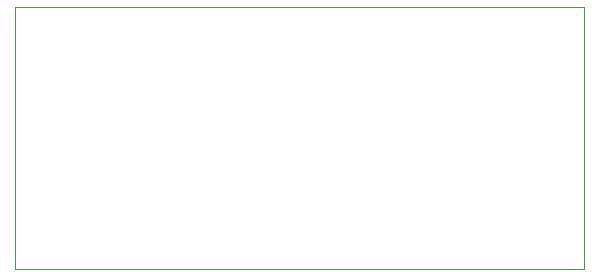
<source format=gm1>
G04 #@! TF.FileFunction,Profile,NP*
%FSLAX46Y46*%
G04 Gerber Fmt 4.6, Leading zero omitted, Abs format (unit mm)*
G04 Created by KiCad (PCBNEW 4.0.4+e1-6308~48~ubuntu16.04.1-stable) date Fri Sep 23 12:35:51 2016*
%MOMM*%
%LPD*%
G01*
G04 APERTURE LIST*
%ADD10C,0.100000*%
G04 APERTURE END LIST*
D10*
X98425000Y-99441000D02*
X98425000Y-77279500D01*
X146621500Y-99441000D02*
X98425000Y-99441000D01*
X146621500Y-77279408D02*
X146621500Y-99441000D01*
X98425000Y-77279500D02*
X146621500Y-77279500D01*
M02*

</source>
